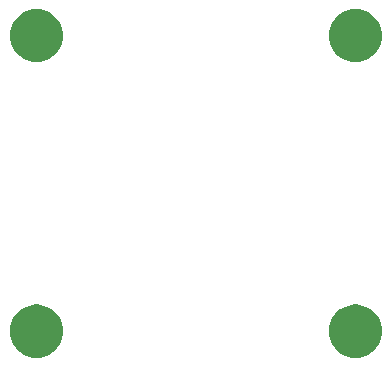
<source format=gbs>
G04 #@! TF.GenerationSoftware,KiCad,Pcbnew,(5.1.4)-1*
G04 #@! TF.CreationDate,2021-09-24T23:07:36-04:00*
G04 #@! TF.ProjectId,horizon-choc-top-plate,686f7269-7a6f-46e2-9d63-686f632d746f,rev?*
G04 #@! TF.SameCoordinates,Original*
G04 #@! TF.FileFunction,Soldermask,Bot*
G04 #@! TF.FilePolarity,Negative*
%FSLAX46Y46*%
G04 Gerber Fmt 4.6, Leading zero omitted, Abs format (unit mm)*
G04 Created by KiCad (PCBNEW (5.1.4)-1) date 2021-09-24 23:07:36*
%MOMM*%
%LPD*%
G04 APERTURE LIST*
%ADD10C,0.100000*%
G04 APERTURE END LIST*
D10*
G36*
X188775880Y-122259776D02*
G01*
X189156593Y-122335504D01*
X189566249Y-122505189D01*
X189934929Y-122751534D01*
X190248466Y-123065071D01*
X190494811Y-123433751D01*
X190664496Y-123843407D01*
X190751000Y-124278296D01*
X190751000Y-124721704D01*
X190664496Y-125156593D01*
X190494811Y-125566249D01*
X190248466Y-125934929D01*
X189934929Y-126248466D01*
X189566249Y-126494811D01*
X189156593Y-126664496D01*
X188775880Y-126740224D01*
X188721705Y-126751000D01*
X188278295Y-126751000D01*
X188224120Y-126740224D01*
X187843407Y-126664496D01*
X187433751Y-126494811D01*
X187065071Y-126248466D01*
X186751534Y-125934929D01*
X186505189Y-125566249D01*
X186335504Y-125156593D01*
X186249000Y-124721704D01*
X186249000Y-124278296D01*
X186335504Y-123843407D01*
X186505189Y-123433751D01*
X186751534Y-123065071D01*
X187065071Y-122751534D01*
X187433751Y-122505189D01*
X187843407Y-122335504D01*
X188224120Y-122259776D01*
X188278295Y-122249000D01*
X188721705Y-122249000D01*
X188775880Y-122259776D01*
X188775880Y-122259776D01*
G37*
G36*
X215775880Y-122259776D02*
G01*
X216156593Y-122335504D01*
X216566249Y-122505189D01*
X216934929Y-122751534D01*
X217248466Y-123065071D01*
X217494811Y-123433751D01*
X217664496Y-123843407D01*
X217751000Y-124278296D01*
X217751000Y-124721704D01*
X217664496Y-125156593D01*
X217494811Y-125566249D01*
X217248466Y-125934929D01*
X216934929Y-126248466D01*
X216566249Y-126494811D01*
X216156593Y-126664496D01*
X215775880Y-126740224D01*
X215721705Y-126751000D01*
X215278295Y-126751000D01*
X215224120Y-126740224D01*
X214843407Y-126664496D01*
X214433751Y-126494811D01*
X214065071Y-126248466D01*
X213751534Y-125934929D01*
X213505189Y-125566249D01*
X213335504Y-125156593D01*
X213249000Y-124721704D01*
X213249000Y-124278296D01*
X213335504Y-123843407D01*
X213505189Y-123433751D01*
X213751534Y-123065071D01*
X214065071Y-122751534D01*
X214433751Y-122505189D01*
X214843407Y-122335504D01*
X215224120Y-122259776D01*
X215278295Y-122249000D01*
X215721705Y-122249000D01*
X215775880Y-122259776D01*
X215775880Y-122259776D01*
G37*
G36*
X188775880Y-97259776D02*
G01*
X189156593Y-97335504D01*
X189566249Y-97505189D01*
X189934929Y-97751534D01*
X190248466Y-98065071D01*
X190494811Y-98433751D01*
X190664496Y-98843407D01*
X190751000Y-99278296D01*
X190751000Y-99721704D01*
X190664496Y-100156593D01*
X190494811Y-100566249D01*
X190248466Y-100934929D01*
X189934929Y-101248466D01*
X189566249Y-101494811D01*
X189156593Y-101664496D01*
X188775880Y-101740224D01*
X188721705Y-101751000D01*
X188278295Y-101751000D01*
X188224120Y-101740224D01*
X187843407Y-101664496D01*
X187433751Y-101494811D01*
X187065071Y-101248466D01*
X186751534Y-100934929D01*
X186505189Y-100566249D01*
X186335504Y-100156593D01*
X186249000Y-99721704D01*
X186249000Y-99278296D01*
X186335504Y-98843407D01*
X186505189Y-98433751D01*
X186751534Y-98065071D01*
X187065071Y-97751534D01*
X187433751Y-97505189D01*
X187843407Y-97335504D01*
X188224120Y-97259776D01*
X188278295Y-97249000D01*
X188721705Y-97249000D01*
X188775880Y-97259776D01*
X188775880Y-97259776D01*
G37*
G36*
X215775880Y-97259776D02*
G01*
X216156593Y-97335504D01*
X216566249Y-97505189D01*
X216934929Y-97751534D01*
X217248466Y-98065071D01*
X217494811Y-98433751D01*
X217664496Y-98843407D01*
X217751000Y-99278296D01*
X217751000Y-99721704D01*
X217664496Y-100156593D01*
X217494811Y-100566249D01*
X217248466Y-100934929D01*
X216934929Y-101248466D01*
X216566249Y-101494811D01*
X216156593Y-101664496D01*
X215775880Y-101740224D01*
X215721705Y-101751000D01*
X215278295Y-101751000D01*
X215224120Y-101740224D01*
X214843407Y-101664496D01*
X214433751Y-101494811D01*
X214065071Y-101248466D01*
X213751534Y-100934929D01*
X213505189Y-100566249D01*
X213335504Y-100156593D01*
X213249000Y-99721704D01*
X213249000Y-99278296D01*
X213335504Y-98843407D01*
X213505189Y-98433751D01*
X213751534Y-98065071D01*
X214065071Y-97751534D01*
X214433751Y-97505189D01*
X214843407Y-97335504D01*
X215224120Y-97259776D01*
X215278295Y-97249000D01*
X215721705Y-97249000D01*
X215775880Y-97259776D01*
X215775880Y-97259776D01*
G37*
M02*

</source>
